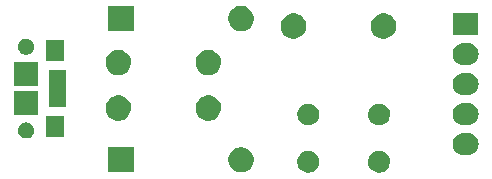
<source format=gts>
%TF.GenerationSoftware,KiCad,Pcbnew,4.0.4+e1-6308~48~ubuntu16.04.1-stable*%
%TF.CreationDate,2016-12-10T16:28:55-08:00*%
%TF.ProjectId,usb-breakout,7573622D627265616B6F75742E6B6963,rev?*%
%TF.FileFunction,Soldermask,Top*%
%FSLAX46Y46*%
G04 Gerber Fmt 4.6, Leading zero omitted, Abs format (unit mm)*
G04 Created by KiCad (PCBNEW 4.0.4+e1-6308~48~ubuntu16.04.1-stable) date Sat Dec 10 16:28:55 2016*
%MOMM*%
%LPD*%
G01*
G04 APERTURE LIST*
%ADD10C,0.350000*%
G04 APERTURE END LIST*
D10*
G36*
X131422386Y-104534715D02*
X131600307Y-104571237D01*
X131767758Y-104641627D01*
X131918341Y-104743197D01*
X132046329Y-104872081D01*
X132146843Y-105023369D01*
X132216062Y-105191305D01*
X132251272Y-105369127D01*
X132251272Y-105369142D01*
X132251339Y-105369481D01*
X132248442Y-105576945D01*
X132248366Y-105577279D01*
X132248366Y-105577292D01*
X132208202Y-105754072D01*
X132134326Y-105920002D01*
X132029623Y-106068427D01*
X131898085Y-106193688D01*
X131744723Y-106291016D01*
X131575379Y-106356700D01*
X131396503Y-106388241D01*
X131214904Y-106384436D01*
X131037502Y-106345432D01*
X130871055Y-106272713D01*
X130721907Y-106169053D01*
X130595731Y-106038394D01*
X130497336Y-105885713D01*
X130430468Y-105716827D01*
X130397681Y-105538180D01*
X130400216Y-105356559D01*
X130437982Y-105178888D01*
X130509535Y-105011940D01*
X130612155Y-104862068D01*
X130741929Y-104734984D01*
X130893919Y-104635525D01*
X131062331Y-104567482D01*
X131240748Y-104533447D01*
X131422386Y-104534715D01*
X131422386Y-104534715D01*
G37*
G36*
X137422386Y-104534715D02*
X137600307Y-104571237D01*
X137767758Y-104641627D01*
X137918341Y-104743197D01*
X138046329Y-104872081D01*
X138146843Y-105023369D01*
X138216062Y-105191305D01*
X138251272Y-105369127D01*
X138251272Y-105369142D01*
X138251339Y-105369481D01*
X138248442Y-105576945D01*
X138248366Y-105577279D01*
X138248366Y-105577292D01*
X138208202Y-105754072D01*
X138134326Y-105920002D01*
X138029623Y-106068427D01*
X137898085Y-106193688D01*
X137744723Y-106291016D01*
X137575379Y-106356700D01*
X137396503Y-106388241D01*
X137214904Y-106384436D01*
X137037502Y-106345432D01*
X136871055Y-106272713D01*
X136721907Y-106169053D01*
X136595731Y-106038394D01*
X136497336Y-105885713D01*
X136430468Y-105716827D01*
X136397681Y-105538180D01*
X136400216Y-105356559D01*
X136437982Y-105178888D01*
X136509535Y-105011940D01*
X136612155Y-104862068D01*
X136741929Y-104734984D01*
X136893919Y-104635525D01*
X137062331Y-104567482D01*
X137240748Y-104533447D01*
X137422386Y-104534715D01*
X137422386Y-104534715D01*
G37*
G36*
X125754088Y-104220724D02*
X125960726Y-104263141D01*
X126155204Y-104344892D01*
X126330091Y-104462855D01*
X126478736Y-104612541D01*
X126595475Y-104788248D01*
X126675863Y-104983284D01*
X126716769Y-105189874D01*
X126716769Y-105189884D01*
X126716836Y-105190223D01*
X126713472Y-105431172D01*
X126713395Y-105431510D01*
X126713395Y-105431519D01*
X126666737Y-105636887D01*
X126580936Y-105829599D01*
X126459334Y-106001980D01*
X126306566Y-106147459D01*
X126128453Y-106260493D01*
X125931772Y-106336780D01*
X125724027Y-106373412D01*
X125513117Y-106368993D01*
X125307084Y-106323695D01*
X125113772Y-106239238D01*
X124940551Y-106118846D01*
X124794009Y-105967099D01*
X124679733Y-105789776D01*
X124602073Y-105593631D01*
X124563993Y-105386149D01*
X124566938Y-105175215D01*
X124610799Y-104968868D01*
X124693902Y-104774974D01*
X124813085Y-104600912D01*
X124963804Y-104453316D01*
X125140325Y-104337805D01*
X125335919Y-104258779D01*
X125543133Y-104219252D01*
X125754088Y-104220724D01*
X125754088Y-104220724D01*
G37*
G36*
X116556790Y-106371390D02*
X114405410Y-106371390D01*
X114405410Y-104220010D01*
X116556790Y-104220010D01*
X116556790Y-106371390D01*
X116556790Y-106371390D01*
G37*
G36*
X144821749Y-103009777D02*
X144821754Y-103009778D01*
X144823807Y-103009792D01*
X145006080Y-103030237D01*
X145180912Y-103085697D01*
X145341641Y-103174058D01*
X145482146Y-103291956D01*
X145597076Y-103434900D01*
X145682052Y-103597445D01*
X145733839Y-103773399D01*
X145733843Y-103773440D01*
X145733844Y-103773444D01*
X145750463Y-103956058D01*
X145732648Y-104125556D01*
X145731290Y-104138473D01*
X145677052Y-104313687D01*
X145589815Y-104475029D01*
X145472900Y-104616355D01*
X145330762Y-104732279D01*
X145168815Y-104818388D01*
X144993226Y-104871402D01*
X144810685Y-104889300D01*
X144495283Y-104889300D01*
X144484251Y-104889223D01*
X144484246Y-104889222D01*
X144482193Y-104889208D01*
X144299920Y-104868763D01*
X144125088Y-104813303D01*
X143964359Y-104724942D01*
X143823854Y-104607044D01*
X143708924Y-104464100D01*
X143623948Y-104301555D01*
X143572161Y-104125601D01*
X143572157Y-104125560D01*
X143572156Y-104125556D01*
X143555537Y-103942942D01*
X143574705Y-103760574D01*
X143574710Y-103760527D01*
X143628948Y-103585313D01*
X143716185Y-103423971D01*
X143833100Y-103282645D01*
X143975238Y-103166721D01*
X144137185Y-103080612D01*
X144312774Y-103027598D01*
X144495315Y-103009700D01*
X144810717Y-103009700D01*
X144821749Y-103009777D01*
X144821749Y-103009777D01*
G37*
G36*
X107501428Y-102137048D02*
X107631322Y-102163712D01*
X107753577Y-102215103D01*
X107863515Y-102289257D01*
X107956952Y-102383349D01*
X108030341Y-102493808D01*
X108080875Y-102616412D01*
X108106562Y-102746141D01*
X108106562Y-102746156D01*
X108106629Y-102746495D01*
X108104514Y-102897960D01*
X108104438Y-102898294D01*
X108104438Y-102898307D01*
X108075136Y-103027278D01*
X108021201Y-103148419D01*
X107944759Y-103256782D01*
X107848726Y-103348233D01*
X107736760Y-103419289D01*
X107613122Y-103467245D01*
X107482531Y-103490272D01*
X107349947Y-103487494D01*
X107220431Y-103459019D01*
X107098910Y-103405927D01*
X106990021Y-103330247D01*
X106897902Y-103234856D01*
X106826065Y-103123386D01*
X106777246Y-103000084D01*
X106753309Y-102869659D01*
X106755160Y-102737061D01*
X106782732Y-102607346D01*
X106834971Y-102485461D01*
X106909893Y-102376042D01*
X107004641Y-102283258D01*
X107115599Y-102210648D01*
X107238557Y-102160970D01*
X107368815Y-102136123D01*
X107501428Y-102137048D01*
X107501428Y-102137048D01*
G37*
G36*
X110656600Y-103339000D02*
X109104200Y-103339000D01*
X109104200Y-101586600D01*
X110656600Y-101586600D01*
X110656600Y-103339000D01*
X110656600Y-103339000D01*
G37*
G36*
X137422386Y-100534715D02*
X137600307Y-100571237D01*
X137767758Y-100641627D01*
X137918341Y-100743197D01*
X138046329Y-100872081D01*
X138146843Y-101023369D01*
X138216062Y-101191305D01*
X138251272Y-101369127D01*
X138251272Y-101369142D01*
X138251339Y-101369481D01*
X138248442Y-101576945D01*
X138248366Y-101577279D01*
X138248366Y-101577292D01*
X138208202Y-101754072D01*
X138134326Y-101920002D01*
X138029623Y-102068427D01*
X137898085Y-102193688D01*
X137744723Y-102291016D01*
X137575379Y-102356700D01*
X137396503Y-102388241D01*
X137214904Y-102384436D01*
X137037502Y-102345432D01*
X136871055Y-102272713D01*
X136721907Y-102169053D01*
X136595731Y-102038394D01*
X136497336Y-101885713D01*
X136430468Y-101716827D01*
X136397681Y-101538180D01*
X136400216Y-101356559D01*
X136437982Y-101178888D01*
X136509535Y-101011940D01*
X136612155Y-100862068D01*
X136741929Y-100734984D01*
X136893919Y-100635525D01*
X137062331Y-100567482D01*
X137240748Y-100533447D01*
X137422386Y-100534715D01*
X137422386Y-100534715D01*
G37*
G36*
X131422386Y-100534715D02*
X131600307Y-100571237D01*
X131767758Y-100641627D01*
X131918341Y-100743197D01*
X132046329Y-100872081D01*
X132146843Y-101023369D01*
X132216062Y-101191305D01*
X132251272Y-101369127D01*
X132251272Y-101369142D01*
X132251339Y-101369481D01*
X132248442Y-101576945D01*
X132248366Y-101577279D01*
X132248366Y-101577292D01*
X132208202Y-101754072D01*
X132134326Y-101920002D01*
X132029623Y-102068427D01*
X131898085Y-102193688D01*
X131744723Y-102291016D01*
X131575379Y-102356700D01*
X131396503Y-102388241D01*
X131214904Y-102384436D01*
X131037502Y-102345432D01*
X130871055Y-102272713D01*
X130721907Y-102169053D01*
X130595731Y-102038394D01*
X130497336Y-101885713D01*
X130430468Y-101716827D01*
X130397681Y-101538180D01*
X130400216Y-101356559D01*
X130437982Y-101178888D01*
X130509535Y-101011940D01*
X130612155Y-100862068D01*
X130741929Y-100734984D01*
X130893919Y-100635525D01*
X131062331Y-100567482D01*
X131240748Y-100533447D01*
X131422386Y-100534715D01*
X131422386Y-100534715D01*
G37*
G36*
X144821749Y-100469777D02*
X144821754Y-100469778D01*
X144823807Y-100469792D01*
X145006080Y-100490237D01*
X145180912Y-100545697D01*
X145341641Y-100634058D01*
X145482146Y-100751956D01*
X145597076Y-100894900D01*
X145682052Y-101057445D01*
X145733839Y-101233399D01*
X145733843Y-101233440D01*
X145733844Y-101233444D01*
X145750463Y-101416058D01*
X145737627Y-101538180D01*
X145731290Y-101598473D01*
X145677052Y-101773687D01*
X145589815Y-101935029D01*
X145472900Y-102076355D01*
X145330762Y-102192279D01*
X145168815Y-102278388D01*
X144993226Y-102331402D01*
X144810685Y-102349300D01*
X144495283Y-102349300D01*
X144484251Y-102349223D01*
X144484246Y-102349222D01*
X144482193Y-102349208D01*
X144299920Y-102328763D01*
X144125088Y-102273303D01*
X143964359Y-102184942D01*
X143823854Y-102067044D01*
X143708924Y-101924100D01*
X143623948Y-101761555D01*
X143572161Y-101585601D01*
X143572157Y-101585560D01*
X143572156Y-101585556D01*
X143555537Y-101402942D01*
X143574705Y-101220574D01*
X143574710Y-101220527D01*
X143628948Y-101045313D01*
X143716185Y-100883971D01*
X143833100Y-100742645D01*
X143975238Y-100626721D01*
X144137185Y-100540612D01*
X144312774Y-100487598D01*
X144495315Y-100469700D01*
X144810717Y-100469700D01*
X144821749Y-100469777D01*
X144821749Y-100469777D01*
G37*
G36*
X115365488Y-99851924D02*
X115572126Y-99894341D01*
X115766604Y-99976092D01*
X115941491Y-100094055D01*
X116090136Y-100243741D01*
X116206875Y-100419448D01*
X116287263Y-100614484D01*
X116328169Y-100821074D01*
X116328169Y-100821084D01*
X116328236Y-100821423D01*
X116324872Y-101062372D01*
X116324795Y-101062710D01*
X116324795Y-101062719D01*
X116278137Y-101268087D01*
X116192336Y-101460799D01*
X116070734Y-101633180D01*
X115917966Y-101778659D01*
X115739853Y-101891693D01*
X115543172Y-101967980D01*
X115335427Y-102004612D01*
X115124517Y-102000193D01*
X114918484Y-101954895D01*
X114725172Y-101870438D01*
X114551951Y-101750046D01*
X114405409Y-101598299D01*
X114291133Y-101420976D01*
X114213473Y-101224831D01*
X114175393Y-101017349D01*
X114178338Y-100806415D01*
X114222199Y-100600068D01*
X114305302Y-100406174D01*
X114424485Y-100232112D01*
X114575204Y-100084516D01*
X114751725Y-99969005D01*
X114947319Y-99889979D01*
X115154533Y-99850452D01*
X115365488Y-99851924D01*
X115365488Y-99851924D01*
G37*
G36*
X122985488Y-99851924D02*
X123192126Y-99894341D01*
X123386604Y-99976092D01*
X123561491Y-100094055D01*
X123710136Y-100243741D01*
X123826875Y-100419448D01*
X123907263Y-100614484D01*
X123948169Y-100821074D01*
X123948169Y-100821084D01*
X123948236Y-100821423D01*
X123944872Y-101062372D01*
X123944795Y-101062710D01*
X123944795Y-101062719D01*
X123898137Y-101268087D01*
X123812336Y-101460799D01*
X123690734Y-101633180D01*
X123537966Y-101778659D01*
X123359853Y-101891693D01*
X123163172Y-101967980D01*
X122955427Y-102004612D01*
X122744517Y-102000193D01*
X122538484Y-101954895D01*
X122345172Y-101870438D01*
X122171951Y-101750046D01*
X122025409Y-101598299D01*
X121911133Y-101420976D01*
X121833473Y-101224831D01*
X121795393Y-101017349D01*
X121798338Y-100806415D01*
X121842199Y-100600068D01*
X121925302Y-100406174D01*
X122044485Y-100232112D01*
X122195204Y-100084516D01*
X122371725Y-99969005D01*
X122567319Y-99889979D01*
X122774533Y-99850452D01*
X122985488Y-99851924D01*
X122985488Y-99851924D01*
G37*
G36*
X108456600Y-101489000D02*
X106404200Y-101489000D01*
X106404200Y-99436600D01*
X108456600Y-99436600D01*
X108456600Y-101489000D01*
X108456600Y-101489000D01*
G37*
G36*
X110856600Y-100839000D02*
X109354200Y-100839000D01*
X109354200Y-97686600D01*
X110856600Y-97686600D01*
X110856600Y-100839000D01*
X110856600Y-100839000D01*
G37*
G36*
X144821749Y-97929777D02*
X144821754Y-97929778D01*
X144823807Y-97929792D01*
X145006080Y-97950237D01*
X145180912Y-98005697D01*
X145341641Y-98094058D01*
X145482146Y-98211956D01*
X145597076Y-98354900D01*
X145682052Y-98517445D01*
X145733839Y-98693399D01*
X145733843Y-98693440D01*
X145733844Y-98693444D01*
X145750463Y-98876058D01*
X145738939Y-98985700D01*
X145731290Y-99058473D01*
X145677052Y-99233687D01*
X145589815Y-99395029D01*
X145472900Y-99536355D01*
X145330762Y-99652279D01*
X145168815Y-99738388D01*
X144993226Y-99791402D01*
X144810685Y-99809300D01*
X144495283Y-99809300D01*
X144484251Y-99809223D01*
X144484246Y-99809222D01*
X144482193Y-99809208D01*
X144299920Y-99788763D01*
X144125088Y-99733303D01*
X143964359Y-99644942D01*
X143823854Y-99527044D01*
X143708924Y-99384100D01*
X143623948Y-99221555D01*
X143572161Y-99045601D01*
X143572157Y-99045560D01*
X143572156Y-99045556D01*
X143555537Y-98862942D01*
X143574705Y-98680574D01*
X143574710Y-98680527D01*
X143628948Y-98505313D01*
X143716185Y-98343971D01*
X143833100Y-98202645D01*
X143975238Y-98086721D01*
X144137185Y-98000612D01*
X144312774Y-97947598D01*
X144495315Y-97929700D01*
X144810717Y-97929700D01*
X144821749Y-97929777D01*
X144821749Y-97929777D01*
G37*
G36*
X108456600Y-99089000D02*
X106404200Y-99089000D01*
X106404200Y-97036600D01*
X108456600Y-97036600D01*
X108456600Y-99089000D01*
X108456600Y-99089000D01*
G37*
G36*
X115365488Y-95991124D02*
X115572126Y-96033541D01*
X115766604Y-96115292D01*
X115941491Y-96233255D01*
X116090136Y-96382941D01*
X116206875Y-96558648D01*
X116287263Y-96753684D01*
X116328169Y-96960274D01*
X116328169Y-96960284D01*
X116328236Y-96960623D01*
X116324872Y-97201572D01*
X116324795Y-97201910D01*
X116324795Y-97201919D01*
X116278137Y-97407287D01*
X116192336Y-97599999D01*
X116070734Y-97772380D01*
X115917966Y-97917859D01*
X115739853Y-98030893D01*
X115543172Y-98107180D01*
X115335427Y-98143812D01*
X115124517Y-98139393D01*
X114918484Y-98094095D01*
X114725172Y-98009638D01*
X114551951Y-97889246D01*
X114405409Y-97737499D01*
X114291133Y-97560176D01*
X114213473Y-97364031D01*
X114175393Y-97156549D01*
X114178338Y-96945615D01*
X114222199Y-96739268D01*
X114305302Y-96545374D01*
X114424485Y-96371312D01*
X114575204Y-96223716D01*
X114751725Y-96108205D01*
X114947319Y-96029179D01*
X115154533Y-95989652D01*
X115365488Y-95991124D01*
X115365488Y-95991124D01*
G37*
G36*
X122985488Y-95991124D02*
X123192126Y-96033541D01*
X123386604Y-96115292D01*
X123561491Y-96233255D01*
X123710136Y-96382941D01*
X123826875Y-96558648D01*
X123907263Y-96753684D01*
X123948169Y-96960274D01*
X123948169Y-96960284D01*
X123948236Y-96960623D01*
X123944872Y-97201572D01*
X123944795Y-97201910D01*
X123944795Y-97201919D01*
X123898137Y-97407287D01*
X123812336Y-97599999D01*
X123690734Y-97772380D01*
X123537966Y-97917859D01*
X123359853Y-98030893D01*
X123163172Y-98107180D01*
X122955427Y-98143812D01*
X122744517Y-98139393D01*
X122538484Y-98094095D01*
X122345172Y-98009638D01*
X122171951Y-97889246D01*
X122025409Y-97737499D01*
X121911133Y-97560176D01*
X121833473Y-97364031D01*
X121795393Y-97156549D01*
X121798338Y-96945615D01*
X121842199Y-96739268D01*
X121925302Y-96545374D01*
X122044485Y-96371312D01*
X122195204Y-96223716D01*
X122371725Y-96108205D01*
X122567319Y-96029179D01*
X122774533Y-95989652D01*
X122985488Y-95991124D01*
X122985488Y-95991124D01*
G37*
G36*
X144821749Y-95389777D02*
X144821754Y-95389778D01*
X144823807Y-95389792D01*
X145006080Y-95410237D01*
X145180912Y-95465697D01*
X145341641Y-95554058D01*
X145482146Y-95671956D01*
X145597076Y-95814900D01*
X145682052Y-95977445D01*
X145733839Y-96153399D01*
X145733843Y-96153440D01*
X145733844Y-96153444D01*
X145750463Y-96336058D01*
X145732648Y-96505556D01*
X145731290Y-96518473D01*
X145677052Y-96693687D01*
X145589815Y-96855029D01*
X145472900Y-96996355D01*
X145330762Y-97112279D01*
X145168815Y-97198388D01*
X144993226Y-97251402D01*
X144810685Y-97269300D01*
X144495283Y-97269300D01*
X144484251Y-97269223D01*
X144484246Y-97269222D01*
X144482193Y-97269208D01*
X144299920Y-97248763D01*
X144125088Y-97193303D01*
X143964359Y-97104942D01*
X143823854Y-96987044D01*
X143708924Y-96844100D01*
X143623948Y-96681555D01*
X143572161Y-96505601D01*
X143572157Y-96505560D01*
X143572156Y-96505556D01*
X143555537Y-96322942D01*
X143574705Y-96140574D01*
X143574710Y-96140527D01*
X143628948Y-95965313D01*
X143716185Y-95803971D01*
X143833100Y-95662645D01*
X143975238Y-95546721D01*
X144137185Y-95460612D01*
X144312774Y-95407598D01*
X144495315Y-95389700D01*
X144810717Y-95389700D01*
X144821749Y-95389777D01*
X144821749Y-95389777D01*
G37*
G36*
X110656600Y-96939000D02*
X109104200Y-96939000D01*
X109104200Y-95186600D01*
X110656600Y-95186600D01*
X110656600Y-96939000D01*
X110656600Y-96939000D01*
G37*
G36*
X107501428Y-95037048D02*
X107631322Y-95063712D01*
X107753577Y-95115103D01*
X107863515Y-95189257D01*
X107956952Y-95283349D01*
X108030341Y-95393808D01*
X108080875Y-95516412D01*
X108106562Y-95646141D01*
X108106562Y-95646156D01*
X108106629Y-95646495D01*
X108104514Y-95797960D01*
X108104438Y-95798294D01*
X108104438Y-95798307D01*
X108075136Y-95927278D01*
X108021201Y-96048419D01*
X107944759Y-96156782D01*
X107848726Y-96248233D01*
X107736760Y-96319289D01*
X107613122Y-96367245D01*
X107482531Y-96390272D01*
X107349947Y-96387494D01*
X107220431Y-96359019D01*
X107098910Y-96305927D01*
X106990021Y-96230247D01*
X106897902Y-96134856D01*
X106826065Y-96023386D01*
X106777246Y-95900084D01*
X106753309Y-95769659D01*
X106755160Y-95637061D01*
X106782732Y-95507346D01*
X106834971Y-95385461D01*
X106909893Y-95276042D01*
X107004641Y-95183258D01*
X107115599Y-95110648D01*
X107238557Y-95060970D01*
X107368815Y-95036123D01*
X107501428Y-95037048D01*
X107501428Y-95037048D01*
G37*
G36*
X137819088Y-92905024D02*
X138025726Y-92947441D01*
X138220204Y-93029192D01*
X138395091Y-93147155D01*
X138543736Y-93296841D01*
X138660475Y-93472548D01*
X138740863Y-93667584D01*
X138781769Y-93874174D01*
X138781769Y-93874184D01*
X138781836Y-93874523D01*
X138778472Y-94115472D01*
X138778395Y-94115810D01*
X138778395Y-94115819D01*
X138731737Y-94321187D01*
X138645936Y-94513899D01*
X138524334Y-94686280D01*
X138371566Y-94831759D01*
X138193453Y-94944793D01*
X137996772Y-95021080D01*
X137789027Y-95057712D01*
X137578117Y-95053293D01*
X137372084Y-95007995D01*
X137178772Y-94923538D01*
X137005551Y-94803146D01*
X136859009Y-94651399D01*
X136744733Y-94474076D01*
X136667073Y-94277931D01*
X136628993Y-94070449D01*
X136631938Y-93859515D01*
X136675799Y-93653168D01*
X136758902Y-93459274D01*
X136878085Y-93285212D01*
X137028804Y-93137616D01*
X137205325Y-93022105D01*
X137400919Y-92943079D01*
X137608133Y-92903552D01*
X137819088Y-92905024D01*
X137819088Y-92905024D01*
G37*
G36*
X130199088Y-92905024D02*
X130405726Y-92947441D01*
X130600204Y-93029192D01*
X130775091Y-93147155D01*
X130923736Y-93296841D01*
X131040475Y-93472548D01*
X131120863Y-93667584D01*
X131161769Y-93874174D01*
X131161769Y-93874184D01*
X131161836Y-93874523D01*
X131158472Y-94115472D01*
X131158395Y-94115810D01*
X131158395Y-94115819D01*
X131111737Y-94321187D01*
X131025936Y-94513899D01*
X130904334Y-94686280D01*
X130751566Y-94831759D01*
X130573453Y-94944793D01*
X130376772Y-95021080D01*
X130169027Y-95057712D01*
X129958117Y-95053293D01*
X129752084Y-95007995D01*
X129558772Y-94923538D01*
X129385551Y-94803146D01*
X129239009Y-94651399D01*
X129124733Y-94474076D01*
X129047073Y-94277931D01*
X129008993Y-94070449D01*
X129011938Y-93859515D01*
X129055799Y-93653168D01*
X129138902Y-93459274D01*
X129258085Y-93285212D01*
X129408804Y-93137616D01*
X129585325Y-93022105D01*
X129780919Y-92943079D01*
X129988133Y-92903552D01*
X130199088Y-92905024D01*
X130199088Y-92905024D01*
G37*
G36*
X145745200Y-94729300D02*
X143560800Y-94729300D01*
X143560800Y-92849700D01*
X145745200Y-92849700D01*
X145745200Y-94729300D01*
X145745200Y-94729300D01*
G37*
G36*
X125754088Y-92270024D02*
X125960726Y-92312441D01*
X126155204Y-92394192D01*
X126330091Y-92512155D01*
X126478736Y-92661841D01*
X126595475Y-92837548D01*
X126675863Y-93032584D01*
X126716769Y-93239174D01*
X126716769Y-93239184D01*
X126716836Y-93239523D01*
X126713472Y-93480472D01*
X126713395Y-93480810D01*
X126713395Y-93480819D01*
X126666737Y-93686187D01*
X126580936Y-93878899D01*
X126459334Y-94051280D01*
X126306566Y-94196759D01*
X126128453Y-94309793D01*
X125931772Y-94386080D01*
X125724027Y-94422712D01*
X125513117Y-94418293D01*
X125307084Y-94372995D01*
X125113772Y-94288538D01*
X124940551Y-94168146D01*
X124794009Y-94016399D01*
X124679733Y-93839076D01*
X124602073Y-93642931D01*
X124563993Y-93435449D01*
X124566938Y-93224515D01*
X124610799Y-93018168D01*
X124693902Y-92824274D01*
X124813085Y-92650212D01*
X124963804Y-92502616D01*
X125140325Y-92387105D01*
X125335919Y-92308079D01*
X125543133Y-92268552D01*
X125754088Y-92270024D01*
X125754088Y-92270024D01*
G37*
G36*
X116556790Y-94420690D02*
X114405410Y-94420690D01*
X114405410Y-92269310D01*
X116556790Y-92269310D01*
X116556790Y-94420690D01*
X116556790Y-94420690D01*
G37*
M02*

</source>
